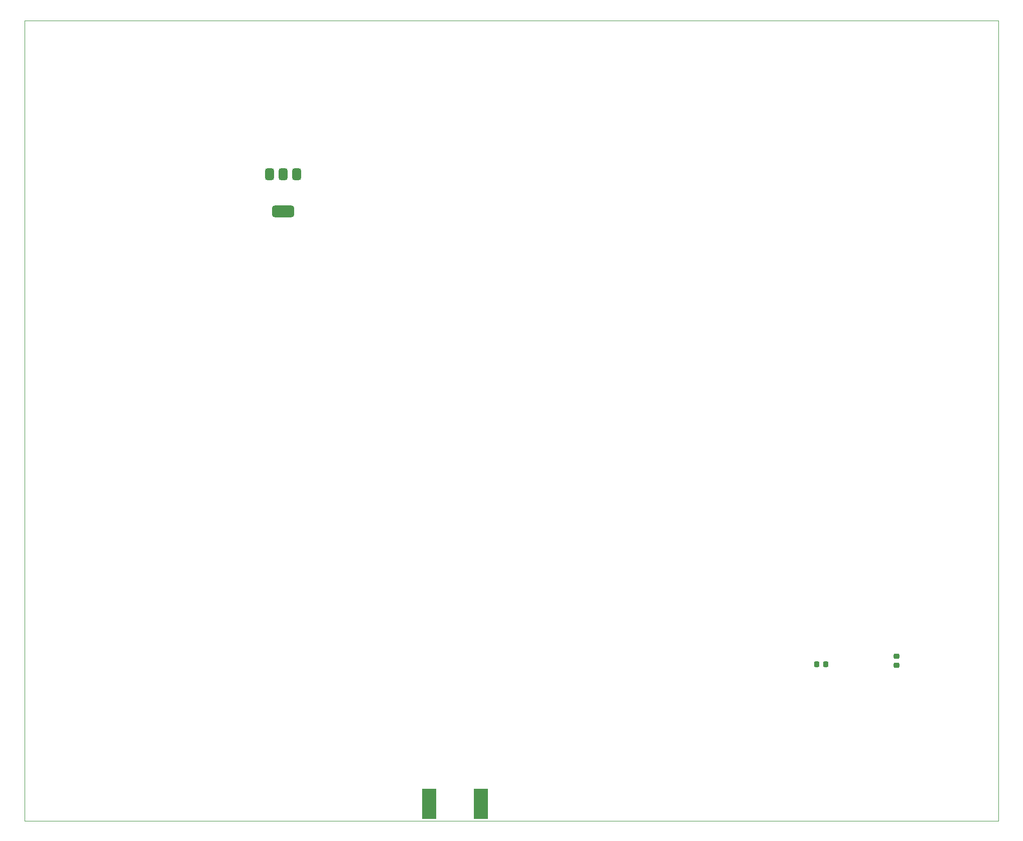
<source format=gbr>
%TF.GenerationSoftware,KiCad,Pcbnew,8.0.1*%
%TF.CreationDate,2024-05-13T23:23:47+02:00*%
%TF.ProjectId,Tracker,54726163-6b65-4722-9e6b-696361645f70,rev?*%
%TF.SameCoordinates,PX2857260PY98c9c50*%
%TF.FileFunction,Paste,Top*%
%TF.FilePolarity,Positive*%
%FSLAX46Y46*%
G04 Gerber Fmt 4.6, Leading zero omitted, Abs format (unit mm)*
G04 Created by KiCad (PCBNEW 8.0.1) date 2024-05-13 23:23:47*
%MOMM*%
%LPD*%
G01*
G04 APERTURE LIST*
G04 Aperture macros list*
%AMRoundRect*
0 Rectangle with rounded corners*
0 $1 Rounding radius*
0 $2 $3 $4 $5 $6 $7 $8 $9 X,Y pos of 4 corners*
0 Add a 4 corners polygon primitive as box body*
4,1,4,$2,$3,$4,$5,$6,$7,$8,$9,$2,$3,0*
0 Add four circle primitives for the rounded corners*
1,1,$1+$1,$2,$3*
1,1,$1+$1,$4,$5*
1,1,$1+$1,$6,$7*
1,1,$1+$1,$8,$9*
0 Add four rect primitives between the rounded corners*
20,1,$1+$1,$2,$3,$4,$5,0*
20,1,$1+$1,$4,$5,$6,$7,0*
20,1,$1+$1,$6,$7,$8,$9,0*
20,1,$1+$1,$8,$9,$2,$3,0*%
G04 Aperture macros list end*
%ADD10RoundRect,0.225000X-0.225000X-0.250000X0.225000X-0.250000X0.225000X0.250000X-0.225000X0.250000X0*%
%ADD11RoundRect,0.225000X0.250000X-0.225000X0.250000X0.225000X-0.250000X0.225000X-0.250000X-0.225000X0*%
%ADD12RoundRect,0.375000X-0.375000X0.625000X-0.375000X-0.625000X0.375000X-0.625000X0.375000X0.625000X0*%
%ADD13RoundRect,0.500000X-1.400000X0.500000X-1.400000X-0.500000X1.400000X-0.500000X1.400000X0.500000X0*%
%ADD14R,2.420000X5.080000*%
%TA.AperFunction,Profile*%
%ADD15C,0.100000*%
%TD*%
G04 APERTURE END LIST*
D10*
%TO.C,C3*%
X133640000Y26430000D03*
X135190000Y26430000D03*
%TD*%
D11*
%TO.C,C5*%
X147100000Y26185000D03*
X147100000Y27735000D03*
%TD*%
D12*
%TO.C,U12*%
X45910000Y109070000D03*
X43610000Y109070000D03*
D13*
X43610000Y102770000D03*
D12*
X41310000Y109070000D03*
%TD*%
D14*
%TO.C,J100*%
X68240000Y2890000D03*
X77000000Y2890000D03*
%TD*%
D15*
X40000Y134960000D02*
X164300000Y134960000D01*
X164300000Y20000D01*
X40000Y20000D01*
X40000Y134960000D01*
M02*

</source>
